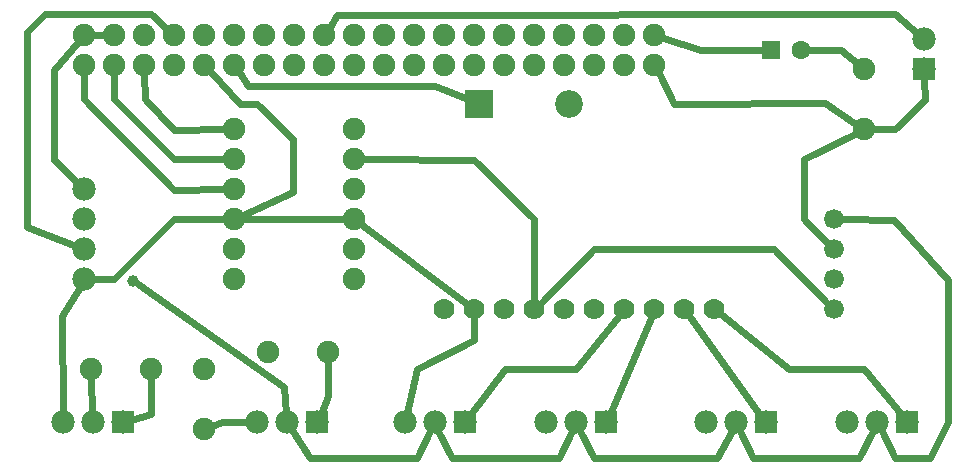
<source format=gbl>
G04 MADE WITH FRITZING*
G04 WWW.FRITZING.ORG*
G04 DOUBLE SIDED*
G04 HOLES PLATED*
G04 CONTOUR ON CENTER OF CONTOUR VECTOR*
%ASAXBY*%
%FSLAX23Y23*%
%MOIN*%
%OFA0B0*%
%SFA1.0B1.0*%
%ADD10C,0.092000*%
%ADD11C,0.078000*%
%ADD12C,0.062992*%
%ADD13C,0.066111*%
%ADD14C,0.074803*%
%ADD15C,0.070000*%
%ADD16C,0.075361*%
%ADD17C,0.075000*%
%ADD18C,0.039370*%
%ADD19R,0.092000X0.092000*%
%ADD20R,0.078000X0.078000*%
%ADD21R,0.062992X0.062992*%
%ADD22C,0.024000*%
%LNCOPPER0*%
G90*
G70*
G54D10*
X1605Y1360D03*
X1905Y1360D03*
G54D11*
X418Y297D03*
X318Y297D03*
X218Y297D03*
X1067Y297D03*
X967Y297D03*
X867Y297D03*
X1558Y297D03*
X1458Y297D03*
X1358Y297D03*
X2030Y297D03*
X1930Y297D03*
X1830Y297D03*
X2562Y297D03*
X2462Y297D03*
X2362Y297D03*
X3034Y297D03*
X2934Y297D03*
X2834Y297D03*
G54D12*
X2580Y1537D03*
X2678Y1537D03*
G54D13*
X2791Y674D03*
X2791Y774D03*
X2791Y974D03*
X2791Y874D03*
G54D11*
X3091Y1474D03*
X3091Y1574D03*
G54D14*
X790Y1274D03*
X791Y774D03*
X791Y874D03*
X791Y974D03*
X791Y1074D03*
X791Y1174D03*
X1191Y1274D03*
X1191Y774D03*
X1191Y874D03*
X1191Y974D03*
X1191Y1074D03*
X1191Y1174D03*
G54D15*
X2391Y674D03*
X2291Y674D03*
X2191Y674D03*
X2091Y674D03*
X1991Y674D03*
X1891Y674D03*
X1791Y674D03*
X1691Y674D03*
X1591Y674D03*
X1491Y674D03*
G54D16*
X291Y1489D03*
X391Y1489D03*
X491Y1489D03*
X591Y1489D03*
X691Y1489D03*
X791Y1489D03*
X891Y1489D03*
X991Y1489D03*
X1091Y1489D03*
X1191Y1489D03*
X1291Y1489D03*
X1391Y1489D03*
X1491Y1489D03*
X1591Y1489D03*
X1691Y1489D03*
X1791Y1489D03*
X1891Y1489D03*
X1991Y1489D03*
X2091Y1489D03*
X2191Y1489D03*
X2191Y1589D03*
X2091Y1589D03*
X1991Y1589D03*
X1891Y1589D03*
X1791Y1589D03*
X1691Y1589D03*
X1591Y1589D03*
X1491Y1589D03*
X1391Y1589D03*
X1291Y1589D03*
X1191Y1589D03*
X1091Y1589D03*
X991Y1589D03*
X891Y1589D03*
X791Y1589D03*
X691Y1589D03*
X591Y1589D03*
X491Y1589D03*
X391Y1589D03*
X291Y1589D03*
G54D11*
X291Y1074D03*
X291Y974D03*
X291Y874D03*
X291Y774D03*
G54D17*
X690Y274D03*
X690Y474D03*
X903Y533D03*
X1103Y533D03*
X2891Y1274D03*
X2891Y1474D03*
X313Y474D03*
X513Y474D03*
G54D18*
X454Y770D03*
G54D19*
X1605Y1360D03*
G54D20*
X418Y297D03*
X1067Y297D03*
X1558Y297D03*
X2030Y297D03*
X2562Y297D03*
X3034Y297D03*
G54D21*
X2580Y1537D03*
G54D20*
X3091Y1474D03*
G54D22*
X1459Y1418D02*
X1571Y1374D01*
D02*
X837Y1418D02*
X1459Y1418D01*
D02*
X808Y1463D02*
X837Y1418D01*
D02*
X2814Y1537D02*
X2705Y1537D01*
D02*
X2869Y1492D02*
X2814Y1537D01*
D02*
X2992Y1274D02*
X2919Y1274D01*
D02*
X3092Y1373D02*
X2992Y1274D01*
D02*
X3091Y1443D02*
X3092Y1373D01*
D02*
X2690Y1174D02*
X2865Y1261D01*
D02*
X2690Y974D02*
X2690Y1174D01*
D02*
X2771Y893D02*
X2690Y974D01*
D02*
X1991Y874D02*
X2591Y875D01*
D02*
X2591Y875D02*
X2771Y693D01*
D02*
X1813Y695D02*
X1991Y874D01*
D02*
X3171Y298D02*
X3111Y178D01*
D02*
X3111Y178D02*
X2994Y178D01*
D02*
X3171Y771D02*
X3171Y298D01*
D02*
X2994Y178D02*
X2948Y270D01*
D02*
X2991Y973D02*
X3171Y771D01*
D02*
X2818Y974D02*
X2991Y973D01*
D02*
X514Y326D02*
X513Y446D01*
D02*
X446Y306D02*
X514Y326D01*
D02*
X217Y652D02*
X218Y327D01*
D02*
X275Y748D02*
X217Y652D01*
D02*
X314Y446D02*
X317Y327D01*
D02*
X748Y298D02*
X717Y285D01*
D02*
X837Y297D02*
X748Y298D01*
D02*
X956Y415D02*
X964Y327D01*
D02*
X469Y759D02*
X956Y415D01*
D02*
X1103Y385D02*
X1103Y505D01*
D02*
X1079Y325D02*
X1103Y385D01*
D02*
X1399Y178D02*
X1444Y270D01*
D02*
X1044Y179D02*
X1399Y178D01*
D02*
X984Y272D02*
X1044Y179D01*
D02*
X1516Y178D02*
X1471Y270D01*
D02*
X1872Y178D02*
X1516Y178D01*
D02*
X1917Y270D02*
X1872Y178D01*
D02*
X1988Y178D02*
X1943Y270D01*
D02*
X2401Y178D02*
X1989Y178D01*
D02*
X2448Y270D02*
X2401Y178D01*
D02*
X2521Y178D02*
X2475Y270D01*
D02*
X2874Y178D02*
X2521Y178D01*
D02*
X2921Y270D02*
X2874Y178D01*
D02*
X1399Y475D02*
X1365Y327D01*
D02*
X1591Y572D02*
X1399Y475D01*
D02*
X1591Y643D02*
X1591Y572D01*
D02*
X2309Y649D02*
X2544Y322D01*
D02*
X2179Y645D02*
X2042Y325D01*
D02*
X1216Y955D02*
X1566Y692D01*
D02*
X1929Y475D02*
X1692Y475D01*
D02*
X1692Y475D02*
X1576Y321D01*
D02*
X2071Y650D02*
X1929Y475D01*
D02*
X2638Y475D02*
X2890Y475D01*
D02*
X2890Y475D02*
X3015Y321D01*
D02*
X2415Y654D02*
X2638Y475D01*
D02*
X2994Y1657D02*
X3068Y1593D01*
D02*
X1108Y1616D02*
X1133Y1656D01*
D02*
X1133Y1656D02*
X2994Y1657D01*
D02*
X2345Y1537D02*
X2221Y1579D01*
D02*
X2553Y1537D02*
X2345Y1537D01*
D02*
X2758Y1361D02*
X2867Y1289D01*
D02*
X2255Y1359D02*
X2758Y1361D01*
D02*
X2205Y1461D02*
X2255Y1359D01*
D02*
X1789Y974D02*
X1791Y704D01*
D02*
X1591Y1173D02*
X1789Y974D01*
D02*
X1222Y1174D02*
X1591Y1173D01*
D02*
X359Y1589D02*
X322Y1589D01*
D02*
X191Y1173D02*
X269Y1095D01*
D02*
X191Y1473D02*
X191Y1173D01*
D02*
X270Y1566D02*
X191Y1473D01*
D02*
X160Y1657D02*
X513Y1657D01*
D02*
X513Y1657D02*
X567Y1610D01*
D02*
X99Y1597D02*
X160Y1657D01*
D02*
X99Y947D02*
X99Y1597D01*
D02*
X263Y884D02*
X99Y947D01*
D02*
X591Y1073D02*
X760Y1074D01*
D02*
X291Y1374D02*
X591Y1073D01*
D02*
X291Y1458D02*
X291Y1374D01*
D02*
X390Y1374D02*
X391Y1458D01*
D02*
X591Y1174D02*
X390Y1374D01*
D02*
X760Y1174D02*
X591Y1174D01*
D02*
X492Y1374D02*
X491Y1458D01*
D02*
X590Y1272D02*
X492Y1374D01*
D02*
X760Y1274D02*
X590Y1272D01*
D02*
X808Y1359D02*
X712Y1466D01*
D02*
X867Y1359D02*
X808Y1359D01*
D02*
X985Y1243D02*
X867Y1359D01*
D02*
X985Y1066D02*
X985Y1243D01*
D02*
X818Y987D02*
X985Y1066D01*
D02*
X1161Y974D02*
X821Y974D01*
D02*
X590Y974D02*
X760Y974D01*
D02*
X390Y774D02*
X590Y974D01*
D02*
X321Y774D02*
X390Y774D01*
G04 End of Copper0*
M02*
</source>
